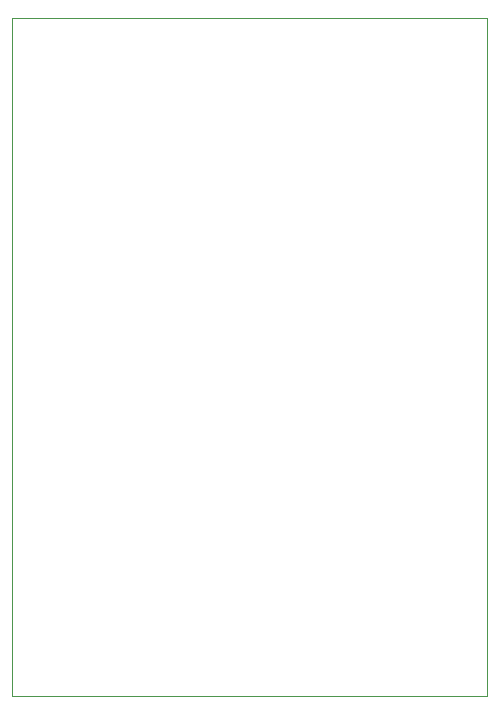
<source format=gbr>
%TF.GenerationSoftware,KiCad,Pcbnew,(6.0.7)*%
%TF.CreationDate,2022-11-04T10:53:51-04:00*%
%TF.ProjectId,proj_7,70726f6a-5f37-42e6-9b69-6361645f7063,rev?*%
%TF.SameCoordinates,Original*%
%TF.FileFunction,Profile,NP*%
%FSLAX46Y46*%
G04 Gerber Fmt 4.6, Leading zero omitted, Abs format (unit mm)*
G04 Created by KiCad (PCBNEW (6.0.7)) date 2022-11-04 10:53:51*
%MOMM*%
%LPD*%
G01*
G04 APERTURE LIST*
%TA.AperFunction,Profile*%
%ADD10C,0.100000*%
%TD*%
G04 APERTURE END LIST*
D10*
X97790000Y-63525400D02*
X137947400Y-63525400D01*
X137947400Y-63525400D02*
X137947400Y-121005600D01*
X137947400Y-121005600D02*
X97790000Y-121005600D01*
X97790000Y-121005600D02*
X97790000Y-63525400D01*
M02*

</source>
